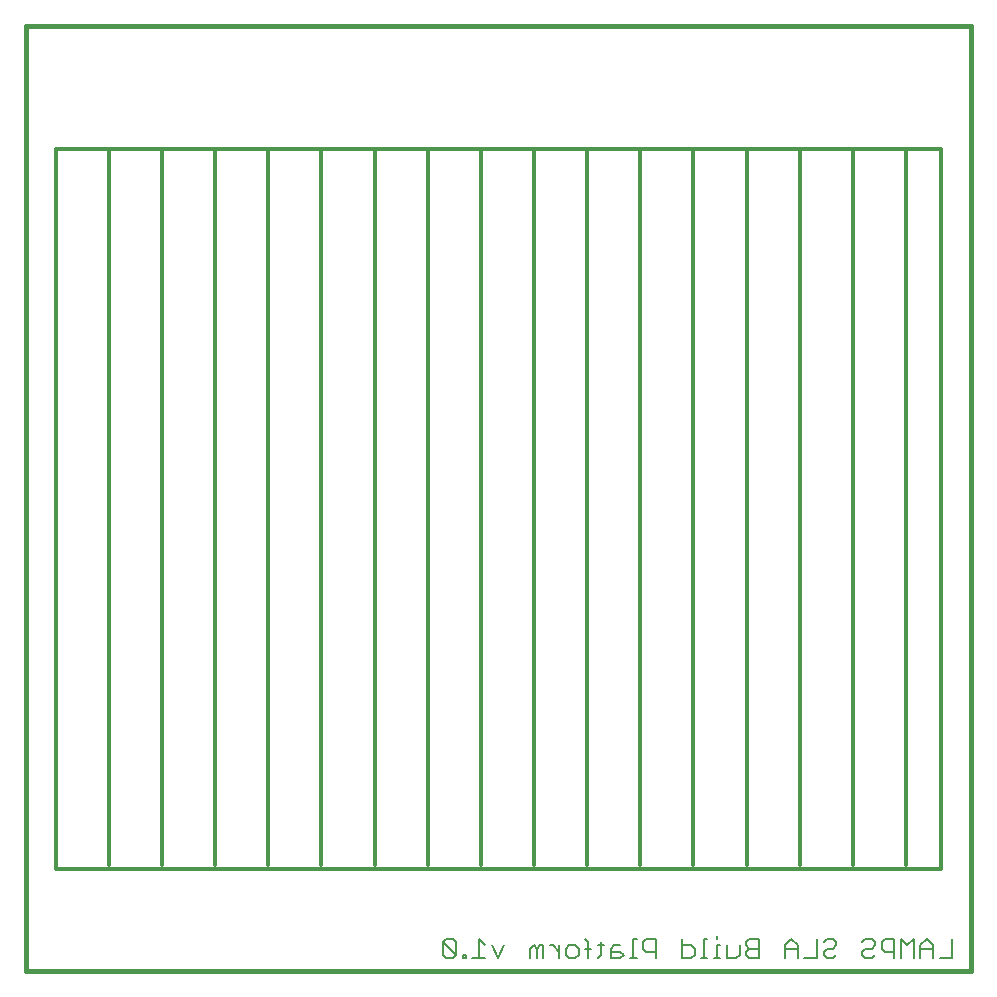
<source format=gbo>
G75*
G70*
%OFA0B0*%
%FSLAX24Y24*%
%IPPOS*%
%LPD*%
%AMOC8*
5,1,8,0,0,1.08239X$1,22.5*
%
%ADD10C,0.0160*%
%ADD11C,0.0120*%
%ADD12C,0.0060*%
D10*
X002149Y002149D02*
X002149Y033645D01*
X033645Y033645D01*
X033645Y002149D01*
X002149Y002149D01*
D11*
X003133Y005534D02*
X003133Y029550D01*
X032660Y029550D01*
X032660Y005534D01*
X003133Y005534D01*
X004904Y005692D02*
X004904Y029511D01*
X006676Y029511D02*
X006676Y005692D01*
X008448Y005692D02*
X008448Y029511D01*
X010219Y029511D02*
X010219Y005692D01*
X011991Y005692D02*
X011991Y029511D01*
X013763Y029511D02*
X013763Y005692D01*
X015534Y005692D02*
X015534Y029511D01*
X017306Y029511D02*
X017306Y005692D01*
X019078Y005692D02*
X019078Y029511D01*
X020849Y029511D02*
X020849Y005692D01*
X022621Y005692D02*
X022621Y029511D01*
X024393Y029511D02*
X024393Y005692D01*
X026164Y005692D02*
X026164Y029511D01*
X027936Y029511D02*
X027936Y005692D01*
X029708Y005692D02*
X029708Y029511D01*
X031479Y029511D02*
X031479Y005692D01*
D12*
X031308Y003213D02*
X031308Y002572D01*
X031090Y002572D02*
X031090Y003213D01*
X030770Y003213D01*
X030663Y003106D01*
X030663Y002892D01*
X030770Y002786D01*
X031090Y002786D01*
X031308Y003213D02*
X031521Y002999D01*
X031735Y003213D01*
X031735Y002572D01*
X031952Y002572D02*
X031952Y002999D01*
X032166Y003213D01*
X032379Y002999D01*
X032379Y002572D01*
X032597Y002572D02*
X033024Y002572D01*
X033024Y003213D01*
X032379Y002892D02*
X031952Y002892D01*
X030446Y002999D02*
X030339Y002892D01*
X030126Y002892D01*
X030019Y002786D01*
X030019Y002679D01*
X030126Y002572D01*
X030339Y002572D01*
X030446Y002679D01*
X030446Y002999D02*
X030446Y003106D01*
X030339Y003213D01*
X030126Y003213D01*
X030019Y003106D01*
X029157Y003106D02*
X029157Y002999D01*
X029050Y002892D01*
X028836Y002892D01*
X028730Y002786D01*
X028730Y002679D01*
X028836Y002572D01*
X029050Y002572D01*
X029157Y002679D01*
X029157Y003106D02*
X029050Y003213D01*
X028836Y003213D01*
X028730Y003106D01*
X028512Y003213D02*
X028512Y002572D01*
X028085Y002572D01*
X027868Y002572D02*
X027868Y002999D01*
X027654Y003213D01*
X027441Y002999D01*
X027441Y002572D01*
X027441Y002892D02*
X027868Y002892D01*
X026579Y002892D02*
X026258Y002892D01*
X026151Y002786D01*
X026151Y002679D01*
X026258Y002572D01*
X026579Y002572D01*
X026579Y003213D01*
X026258Y003213D01*
X026151Y003106D01*
X026151Y002999D01*
X026258Y002892D01*
X025934Y002999D02*
X025934Y002679D01*
X025827Y002572D01*
X025507Y002572D01*
X025507Y002999D01*
X025289Y002999D02*
X025183Y002999D01*
X025183Y002572D01*
X025289Y002572D02*
X025076Y002572D01*
X024860Y002572D02*
X024646Y002572D01*
X024753Y002572D02*
X024753Y003213D01*
X024860Y003213D01*
X025183Y003213D02*
X025183Y003320D01*
X024430Y002892D02*
X024430Y002679D01*
X024323Y002572D01*
X024003Y002572D01*
X024003Y003213D01*
X024003Y002999D02*
X024323Y002999D01*
X024430Y002892D01*
X023141Y002786D02*
X022821Y002786D01*
X022714Y002892D01*
X022714Y003106D01*
X022821Y003213D01*
X023141Y003213D01*
X023141Y002572D01*
X022496Y002572D02*
X022283Y002572D01*
X022390Y002572D02*
X022390Y003213D01*
X022496Y003213D01*
X021960Y002999D02*
X021746Y002999D01*
X021640Y002892D01*
X021640Y002572D01*
X021960Y002572D01*
X022067Y002679D01*
X021960Y002786D01*
X021640Y002786D01*
X021422Y002999D02*
X021209Y002999D01*
X021315Y003106D02*
X021315Y002679D01*
X021209Y002572D01*
X020886Y002572D02*
X020886Y003106D01*
X020779Y003213D01*
X020779Y002892D02*
X020992Y002892D01*
X020563Y002892D02*
X020563Y002679D01*
X020456Y002572D01*
X020242Y002572D01*
X020136Y002679D01*
X020136Y002892D01*
X020242Y002999D01*
X020456Y002999D01*
X020563Y002892D01*
X019918Y002786D02*
X019705Y002999D01*
X019598Y002999D01*
X019381Y002999D02*
X019274Y002999D01*
X019168Y002892D01*
X019061Y002999D01*
X018954Y002892D01*
X018954Y002572D01*
X019168Y002572D02*
X019168Y002892D01*
X019381Y002999D02*
X019381Y002572D01*
X019918Y002572D02*
X019918Y002999D01*
X018092Y002999D02*
X017878Y002572D01*
X017665Y002999D01*
X017447Y002999D02*
X017234Y003213D01*
X017234Y002572D01*
X017447Y002572D02*
X017020Y002572D01*
X016803Y002572D02*
X016696Y002572D01*
X016696Y002679D01*
X016803Y002679D01*
X016803Y002572D01*
X016481Y002679D02*
X016054Y003106D01*
X016054Y002679D01*
X016160Y002572D01*
X016374Y002572D01*
X016481Y002679D01*
X016481Y003106D01*
X016374Y003213D01*
X016160Y003213D01*
X016054Y003106D01*
M02*

</source>
